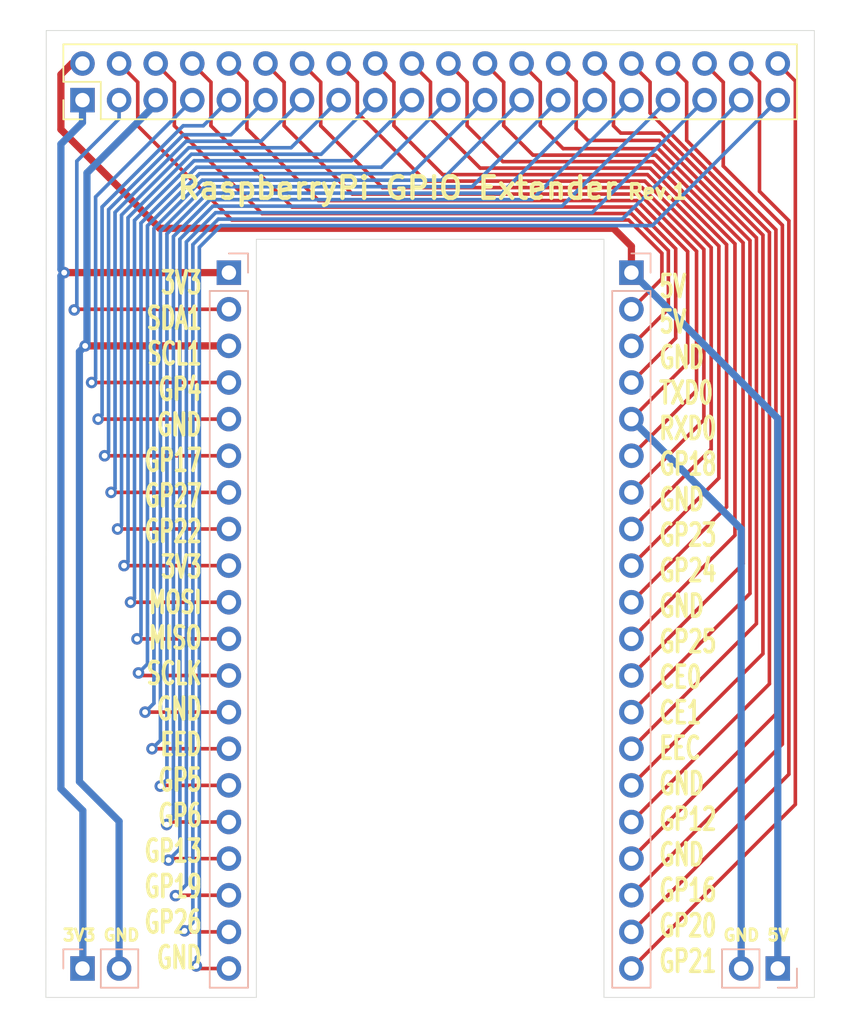
<source format=kicad_pcb>
(kicad_pcb (version 20171130) (host pcbnew "(5.1.9)-1")

  (general
    (thickness 1.6)
    (drawings 14)
    (tracks 301)
    (zones 0)
    (modules 5)
    (nets 41)
  )

  (page A4)
  (layers
    (0 F.Cu signal)
    (31 B.Cu signal)
    (32 B.Adhes user)
    (33 F.Adhes user)
    (34 B.Paste user)
    (35 F.Paste user)
    (36 B.SilkS user)
    (37 F.SilkS user)
    (38 B.Mask user)
    (39 F.Mask user)
    (40 Dwgs.User user)
    (41 Cmts.User user)
    (42 Eco1.User user)
    (43 Eco2.User user)
    (44 Edge.Cuts user)
    (45 Margin user)
    (46 B.CrtYd user)
    (47 F.CrtYd user)
    (48 B.Fab user)
    (49 F.Fab user)
  )

  (setup
    (last_trace_width 0.25)
    (trace_clearance 0.2)
    (zone_clearance 0.508)
    (zone_45_only no)
    (trace_min 0.2)
    (via_size 0.8)
    (via_drill 0.4)
    (via_min_size 0.4)
    (via_min_drill 0.3)
    (uvia_size 0.3)
    (uvia_drill 0.1)
    (uvias_allowed no)
    (uvia_min_size 0.2)
    (uvia_min_drill 0.1)
    (edge_width 0.05)
    (segment_width 0.2)
    (pcb_text_width 0.3)
    (pcb_text_size 1.5 1.5)
    (mod_edge_width 0.12)
    (mod_text_size 1 1)
    (mod_text_width 0.15)
    (pad_size 1.524 1.524)
    (pad_drill 0.762)
    (pad_to_mask_clearance 0)
    (aux_axis_origin 0 0)
    (grid_origin 125.984 71.12)
    (visible_elements 7FFFFFFF)
    (pcbplotparams
      (layerselection 0x010fc_ffffffff)
      (usegerberextensions false)
      (usegerberattributes true)
      (usegerberadvancedattributes true)
      (creategerberjobfile true)
      (excludeedgelayer true)
      (linewidth 0.100000)
      (plotframeref false)
      (viasonmask false)
      (mode 1)
      (useauxorigin false)
      (hpglpennumber 1)
      (hpglpenspeed 20)
      (hpglpendiameter 15.000000)
      (psnegative false)
      (psa4output false)
      (plotreference true)
      (plotvalue true)
      (plotinvisibletext false)
      (padsonsilk false)
      (subtractmaskfromsilk false)
      (outputformat 1)
      (mirror false)
      (drillshape 0)
      (scaleselection 1)
      (outputdirectory "gerber/"))
  )

  (net 0 "")
  (net 1 "Net-(J1-Pad1)")
  (net 2 "Net-(J1-Pad2)")
  (net 3 "Net-(J1-Pad3)")
  (net 4 "Net-(J1-Pad4)")
  (net 5 "Net-(J1-Pad5)")
  (net 6 "Net-(J1-Pad6)")
  (net 7 "Net-(J1-Pad7)")
  (net 8 "Net-(J1-Pad8)")
  (net 9 "Net-(J1-Pad9)")
  (net 10 "Net-(J1-Pad10)")
  (net 11 "Net-(J1-Pad11)")
  (net 12 "Net-(J1-Pad12)")
  (net 13 "Net-(J1-Pad13)")
  (net 14 "Net-(J1-Pad14)")
  (net 15 "Net-(J1-Pad15)")
  (net 16 "Net-(J1-Pad16)")
  (net 17 "Net-(J1-Pad17)")
  (net 18 "Net-(J1-Pad18)")
  (net 19 "Net-(J1-Pad19)")
  (net 20 "Net-(J1-Pad20)")
  (net 21 "Net-(J1-Pad21)")
  (net 22 "Net-(J1-Pad22)")
  (net 23 "Net-(J1-Pad23)")
  (net 24 "Net-(J1-Pad24)")
  (net 25 "Net-(J1-Pad25)")
  (net 26 "Net-(J1-Pad26)")
  (net 27 "Net-(J1-Pad27)")
  (net 28 "Net-(J1-Pad28)")
  (net 29 "Net-(J1-Pad29)")
  (net 30 "Net-(J1-Pad30)")
  (net 31 "Net-(J1-Pad31)")
  (net 32 "Net-(J1-Pad32)")
  (net 33 "Net-(J1-Pad33)")
  (net 34 "Net-(J1-Pad34)")
  (net 35 "Net-(J1-Pad35)")
  (net 36 "Net-(J1-Pad36)")
  (net 37 "Net-(J1-Pad37)")
  (net 38 "Net-(J1-Pad38)")
  (net 39 "Net-(J1-Pad39)")
  (net 40 "Net-(J1-Pad40)")

  (net_class Default "This is the default net class."
    (clearance 0.2)
    (trace_width 0.25)
    (via_dia 0.8)
    (via_drill 0.4)
    (uvia_dia 0.3)
    (uvia_drill 0.1)
    (add_net "Net-(J1-Pad1)")
    (add_net "Net-(J1-Pad10)")
    (add_net "Net-(J1-Pad11)")
    (add_net "Net-(J1-Pad12)")
    (add_net "Net-(J1-Pad13)")
    (add_net "Net-(J1-Pad14)")
    (add_net "Net-(J1-Pad15)")
    (add_net "Net-(J1-Pad16)")
    (add_net "Net-(J1-Pad17)")
    (add_net "Net-(J1-Pad18)")
    (add_net "Net-(J1-Pad19)")
    (add_net "Net-(J1-Pad2)")
    (add_net "Net-(J1-Pad20)")
    (add_net "Net-(J1-Pad21)")
    (add_net "Net-(J1-Pad22)")
    (add_net "Net-(J1-Pad23)")
    (add_net "Net-(J1-Pad24)")
    (add_net "Net-(J1-Pad25)")
    (add_net "Net-(J1-Pad26)")
    (add_net "Net-(J1-Pad27)")
    (add_net "Net-(J1-Pad28)")
    (add_net "Net-(J1-Pad29)")
    (add_net "Net-(J1-Pad3)")
    (add_net "Net-(J1-Pad30)")
    (add_net "Net-(J1-Pad31)")
    (add_net "Net-(J1-Pad32)")
    (add_net "Net-(J1-Pad33)")
    (add_net "Net-(J1-Pad34)")
    (add_net "Net-(J1-Pad35)")
    (add_net "Net-(J1-Pad36)")
    (add_net "Net-(J1-Pad37)")
    (add_net "Net-(J1-Pad38)")
    (add_net "Net-(J1-Pad39)")
    (add_net "Net-(J1-Pad4)")
    (add_net "Net-(J1-Pad40)")
    (add_net "Net-(J1-Pad5)")
    (add_net "Net-(J1-Pad6)")
    (add_net "Net-(J1-Pad7)")
    (add_net "Net-(J1-Pad8)")
    (add_net "Net-(J1-Pad9)")
  )

  (module Connector_PinHeader_2.54mm:PinHeader_2x20_P2.54mm_Vertical (layer F.Cu) (tedit 59FED5CC) (tstamp 61AD513A)
    (at 126.7206 69.342 90)
    (descr "Through hole straight pin header, 2x20, 2.54mm pitch, double rows")
    (tags "Through hole pin header THT 2x20 2.54mm double row")
    (path /61AD718A)
    (fp_text reference J1 (at 1.27 -2.33 90) (layer F.SilkS) hide
      (effects (font (size 1 1) (thickness 0.15)))
    )
    (fp_text value Conn_02x20_Odd_Even (at 6.096 24.9174 180) (layer F.Fab)
      (effects (font (size 1 1) (thickness 0.15)))
    )
    (fp_line (start 0 -1.27) (end 3.81 -1.27) (layer F.Fab) (width 0.1))
    (fp_line (start 3.81 -1.27) (end 3.81 49.53) (layer F.Fab) (width 0.1))
    (fp_line (start 3.81 49.53) (end -1.27 49.53) (layer F.Fab) (width 0.1))
    (fp_line (start -1.27 49.53) (end -1.27 0) (layer F.Fab) (width 0.1))
    (fp_line (start -1.27 0) (end 0 -1.27) (layer F.Fab) (width 0.1))
    (fp_line (start -1.33 49.59) (end 3.87 49.59) (layer F.SilkS) (width 0.12))
    (fp_line (start -1.33 1.27) (end -1.33 49.59) (layer F.SilkS) (width 0.12))
    (fp_line (start 3.87 -1.33) (end 3.87 49.59) (layer F.SilkS) (width 0.12))
    (fp_line (start -1.33 1.27) (end 1.27 1.27) (layer F.SilkS) (width 0.12))
    (fp_line (start 1.27 1.27) (end 1.27 -1.33) (layer F.SilkS) (width 0.12))
    (fp_line (start 1.27 -1.33) (end 3.87 -1.33) (layer F.SilkS) (width 0.12))
    (fp_line (start -1.33 0) (end -1.33 -1.33) (layer F.SilkS) (width 0.12))
    (fp_line (start -1.33 -1.33) (end 0 -1.33) (layer F.SilkS) (width 0.12))
    (fp_line (start -1.8 -1.8) (end -1.8 50.05) (layer F.CrtYd) (width 0.05))
    (fp_line (start -1.8 50.05) (end 4.35 50.05) (layer F.CrtYd) (width 0.05))
    (fp_line (start 4.35 50.05) (end 4.35 -1.8) (layer F.CrtYd) (width 0.05))
    (fp_line (start 4.35 -1.8) (end -1.8 -1.8) (layer F.CrtYd) (width 0.05))
    (fp_text user %R (at 1.27 24.13) (layer F.Fab)
      (effects (font (size 1 1) (thickness 0.15)))
    )
    (pad 1 thru_hole rect (at 0 0 90) (size 1.7 1.7) (drill 1) (layers *.Cu *.Mask)
      (net 1 "Net-(J1-Pad1)"))
    (pad 2 thru_hole oval (at 2.54 0 90) (size 1.7 1.7) (drill 1) (layers *.Cu *.Mask)
      (net 2 "Net-(J1-Pad2)"))
    (pad 3 thru_hole oval (at 0 2.54 90) (size 1.7 1.7) (drill 1) (layers *.Cu *.Mask)
      (net 3 "Net-(J1-Pad3)"))
    (pad 4 thru_hole oval (at 2.54 2.54 90) (size 1.7 1.7) (drill 1) (layers *.Cu *.Mask)
      (net 4 "Net-(J1-Pad4)"))
    (pad 5 thru_hole oval (at 0 5.08 90) (size 1.7 1.7) (drill 1) (layers *.Cu *.Mask)
      (net 5 "Net-(J1-Pad5)"))
    (pad 6 thru_hole oval (at 2.54 5.08 90) (size 1.7 1.7) (drill 1) (layers *.Cu *.Mask)
      (net 6 "Net-(J1-Pad6)"))
    (pad 7 thru_hole oval (at 0 7.62 90) (size 1.7 1.7) (drill 1) (layers *.Cu *.Mask)
      (net 7 "Net-(J1-Pad7)"))
    (pad 8 thru_hole oval (at 2.54 7.62 90) (size 1.7 1.7) (drill 1) (layers *.Cu *.Mask)
      (net 8 "Net-(J1-Pad8)"))
    (pad 9 thru_hole oval (at 0 10.16 90) (size 1.7 1.7) (drill 1) (layers *.Cu *.Mask)
      (net 9 "Net-(J1-Pad9)"))
    (pad 10 thru_hole oval (at 2.54 10.16 90) (size 1.7 1.7) (drill 1) (layers *.Cu *.Mask)
      (net 10 "Net-(J1-Pad10)"))
    (pad 11 thru_hole oval (at 0 12.7 90) (size 1.7 1.7) (drill 1) (layers *.Cu *.Mask)
      (net 11 "Net-(J1-Pad11)"))
    (pad 12 thru_hole oval (at 2.54 12.7 90) (size 1.7 1.7) (drill 1) (layers *.Cu *.Mask)
      (net 12 "Net-(J1-Pad12)"))
    (pad 13 thru_hole oval (at 0 15.24 90) (size 1.7 1.7) (drill 1) (layers *.Cu *.Mask)
      (net 13 "Net-(J1-Pad13)"))
    (pad 14 thru_hole oval (at 2.54 15.24 90) (size 1.7 1.7) (drill 1) (layers *.Cu *.Mask)
      (net 14 "Net-(J1-Pad14)"))
    (pad 15 thru_hole oval (at 0 17.78 90) (size 1.7 1.7) (drill 1) (layers *.Cu *.Mask)
      (net 15 "Net-(J1-Pad15)"))
    (pad 16 thru_hole oval (at 2.54 17.78 90) (size 1.7 1.7) (drill 1) (layers *.Cu *.Mask)
      (net 16 "Net-(J1-Pad16)"))
    (pad 17 thru_hole oval (at 0 20.32 90) (size 1.7 1.7) (drill 1) (layers *.Cu *.Mask)
      (net 17 "Net-(J1-Pad17)"))
    (pad 18 thru_hole oval (at 2.54 20.32 90) (size 1.7 1.7) (drill 1) (layers *.Cu *.Mask)
      (net 18 "Net-(J1-Pad18)"))
    (pad 19 thru_hole oval (at 0 22.86 90) (size 1.7 1.7) (drill 1) (layers *.Cu *.Mask)
      (net 19 "Net-(J1-Pad19)"))
    (pad 20 thru_hole oval (at 2.54 22.86 90) (size 1.7 1.7) (drill 1) (layers *.Cu *.Mask)
      (net 20 "Net-(J1-Pad20)"))
    (pad 21 thru_hole oval (at 0 25.4 90) (size 1.7 1.7) (drill 1) (layers *.Cu *.Mask)
      (net 21 "Net-(J1-Pad21)"))
    (pad 22 thru_hole oval (at 2.54 25.4 90) (size 1.7 1.7) (drill 1) (layers *.Cu *.Mask)
      (net 22 "Net-(J1-Pad22)"))
    (pad 23 thru_hole oval (at 0 27.94 90) (size 1.7 1.7) (drill 1) (layers *.Cu *.Mask)
      (net 23 "Net-(J1-Pad23)"))
    (pad 24 thru_hole oval (at 2.54 27.94 90) (size 1.7 1.7) (drill 1) (layers *.Cu *.Mask)
      (net 24 "Net-(J1-Pad24)"))
    (pad 25 thru_hole oval (at 0 30.48 90) (size 1.7 1.7) (drill 1) (layers *.Cu *.Mask)
      (net 25 "Net-(J1-Pad25)"))
    (pad 26 thru_hole oval (at 2.54 30.48 90) (size 1.7 1.7) (drill 1) (layers *.Cu *.Mask)
      (net 26 "Net-(J1-Pad26)"))
    (pad 27 thru_hole oval (at 0 33.02 90) (size 1.7 1.7) (drill 1) (layers *.Cu *.Mask)
      (net 27 "Net-(J1-Pad27)"))
    (pad 28 thru_hole oval (at 2.54 33.02 90) (size 1.7 1.7) (drill 1) (layers *.Cu *.Mask)
      (net 28 "Net-(J1-Pad28)"))
    (pad 29 thru_hole oval (at 0 35.56 90) (size 1.7 1.7) (drill 1) (layers *.Cu *.Mask)
      (net 29 "Net-(J1-Pad29)"))
    (pad 30 thru_hole oval (at 2.54 35.56 90) (size 1.7 1.7) (drill 1) (layers *.Cu *.Mask)
      (net 30 "Net-(J1-Pad30)"))
    (pad 31 thru_hole oval (at 0 38.1 90) (size 1.7 1.7) (drill 1) (layers *.Cu *.Mask)
      (net 31 "Net-(J1-Pad31)"))
    (pad 32 thru_hole oval (at 2.54 38.1 90) (size 1.7 1.7) (drill 1) (layers *.Cu *.Mask)
      (net 32 "Net-(J1-Pad32)"))
    (pad 33 thru_hole oval (at 0 40.64 90) (size 1.7 1.7) (drill 1) (layers *.Cu *.Mask)
      (net 33 "Net-(J1-Pad33)"))
    (pad 34 thru_hole oval (at 2.54 40.64 90) (size 1.7 1.7) (drill 1) (layers *.Cu *.Mask)
      (net 34 "Net-(J1-Pad34)"))
    (pad 35 thru_hole oval (at 0 43.18 90) (size 1.7 1.7) (drill 1) (layers *.Cu *.Mask)
      (net 35 "Net-(J1-Pad35)"))
    (pad 36 thru_hole oval (at 2.54 43.18 90) (size 1.7 1.7) (drill 1) (layers *.Cu *.Mask)
      (net 36 "Net-(J1-Pad36)"))
    (pad 37 thru_hole oval (at 0 45.72 90) (size 1.7 1.7) (drill 1) (layers *.Cu *.Mask)
      (net 37 "Net-(J1-Pad37)"))
    (pad 38 thru_hole oval (at 2.54 45.72 90) (size 1.7 1.7) (drill 1) (layers *.Cu *.Mask)
      (net 38 "Net-(J1-Pad38)"))
    (pad 39 thru_hole oval (at 0 48.26 90) (size 1.7 1.7) (drill 1) (layers *.Cu *.Mask)
      (net 39 "Net-(J1-Pad39)"))
    (pad 40 thru_hole oval (at 2.54 48.26 90) (size 1.7 1.7) (drill 1) (layers *.Cu *.Mask)
      (net 40 "Net-(J1-Pad40)"))
    (model ${KISYS3DMOD}/Connector_PinHeader_2.54mm.3dshapes/PinHeader_2x20_P2.54mm_Vertical.wrl
      (at (xyz 0 0 0))
      (scale (xyz 1 1 1))
      (rotate (xyz 0 0 0))
    )
  )

  (module Connector_PinHeader_2.54mm:PinHeader_1x20_P2.54mm_Vertical (layer B.Cu) (tedit 59FED5CC) (tstamp 61AD42E6)
    (at 136.8806 81.3054 180)
    (descr "Through hole straight pin header, 1x20, 2.54mm pitch, single row")
    (tags "Through hole pin header THT 1x20 2.54mm single row")
    (path /61ACE575)
    (fp_text reference J2 (at 0 2.33) (layer B.SilkS) hide
      (effects (font (size 1 1) (thickness 0.15)) (justify mirror))
    )
    (fp_text value Conn_01x20_Male (at -2.8194 -21.8186 270) (layer B.Fab)
      (effects (font (size 1 1) (thickness 0.15)) (justify mirror))
    )
    (fp_line (start -0.635 1.27) (end 1.27 1.27) (layer B.Fab) (width 0.1))
    (fp_line (start 1.27 1.27) (end 1.27 -49.53) (layer B.Fab) (width 0.1))
    (fp_line (start 1.27 -49.53) (end -1.27 -49.53) (layer B.Fab) (width 0.1))
    (fp_line (start -1.27 -49.53) (end -1.27 0.635) (layer B.Fab) (width 0.1))
    (fp_line (start -1.27 0.635) (end -0.635 1.27) (layer B.Fab) (width 0.1))
    (fp_line (start -1.33 -49.59) (end 1.33 -49.59) (layer B.SilkS) (width 0.12))
    (fp_line (start -1.33 -1.27) (end -1.33 -49.59) (layer B.SilkS) (width 0.12))
    (fp_line (start 1.33 -1.27) (end 1.33 -49.59) (layer B.SilkS) (width 0.12))
    (fp_line (start -1.33 -1.27) (end 1.33 -1.27) (layer B.SilkS) (width 0.12))
    (fp_line (start -1.33 0) (end -1.33 1.33) (layer B.SilkS) (width 0.12))
    (fp_line (start -1.33 1.33) (end 0 1.33) (layer B.SilkS) (width 0.12))
    (fp_line (start -1.8 1.8) (end -1.8 -50.05) (layer B.CrtYd) (width 0.05))
    (fp_line (start -1.8 -50.05) (end 1.8 -50.05) (layer B.CrtYd) (width 0.05))
    (fp_line (start 1.8 -50.05) (end 1.8 1.8) (layer B.CrtYd) (width 0.05))
    (fp_line (start 1.8 1.8) (end -1.8 1.8) (layer B.CrtYd) (width 0.05))
    (fp_text user %R (at 0 -24.13 270) (layer B.Fab)
      (effects (font (size 1 1) (thickness 0.15)) (justify mirror))
    )
    (pad 1 thru_hole rect (at 0 0 180) (size 1.7 1.7) (drill 1) (layers *.Cu *.Mask)
      (net 1 "Net-(J1-Pad1)"))
    (pad 2 thru_hole oval (at 0 -2.54 180) (size 1.7 1.7) (drill 1) (layers *.Cu *.Mask)
      (net 3 "Net-(J1-Pad3)"))
    (pad 3 thru_hole oval (at 0 -5.08 180) (size 1.7 1.7) (drill 1) (layers *.Cu *.Mask)
      (net 5 "Net-(J1-Pad5)"))
    (pad 4 thru_hole oval (at 0 -7.62 180) (size 1.7 1.7) (drill 1) (layers *.Cu *.Mask)
      (net 7 "Net-(J1-Pad7)"))
    (pad 5 thru_hole oval (at 0 -10.16 180) (size 1.7 1.7) (drill 1) (layers *.Cu *.Mask)
      (net 9 "Net-(J1-Pad9)"))
    (pad 6 thru_hole oval (at 0 -12.7 180) (size 1.7 1.7) (drill 1) (layers *.Cu *.Mask)
      (net 11 "Net-(J1-Pad11)"))
    (pad 7 thru_hole oval (at 0 -15.24 180) (size 1.7 1.7) (drill 1) (layers *.Cu *.Mask)
      (net 13 "Net-(J1-Pad13)"))
    (pad 8 thru_hole oval (at 0 -17.78 180) (size 1.7 1.7) (drill 1) (layers *.Cu *.Mask)
      (net 15 "Net-(J1-Pad15)"))
    (pad 9 thru_hole oval (at 0 -20.32 180) (size 1.7 1.7) (drill 1) (layers *.Cu *.Mask)
      (net 17 "Net-(J1-Pad17)"))
    (pad 10 thru_hole oval (at 0 -22.86 180) (size 1.7 1.7) (drill 1) (layers *.Cu *.Mask)
      (net 19 "Net-(J1-Pad19)"))
    (pad 11 thru_hole oval (at 0 -25.4 180) (size 1.7 1.7) (drill 1) (layers *.Cu *.Mask)
      (net 21 "Net-(J1-Pad21)"))
    (pad 12 thru_hole oval (at 0 -27.94 180) (size 1.7 1.7) (drill 1) (layers *.Cu *.Mask)
      (net 23 "Net-(J1-Pad23)"))
    (pad 13 thru_hole oval (at 0 -30.48 180) (size 1.7 1.7) (drill 1) (layers *.Cu *.Mask)
      (net 25 "Net-(J1-Pad25)"))
    (pad 14 thru_hole oval (at 0 -33.02 180) (size 1.7 1.7) (drill 1) (layers *.Cu *.Mask)
      (net 27 "Net-(J1-Pad27)"))
    (pad 15 thru_hole oval (at 0 -35.56 180) (size 1.7 1.7) (drill 1) (layers *.Cu *.Mask)
      (net 29 "Net-(J1-Pad29)"))
    (pad 16 thru_hole oval (at 0 -38.1 180) (size 1.7 1.7) (drill 1) (layers *.Cu *.Mask)
      (net 31 "Net-(J1-Pad31)"))
    (pad 17 thru_hole oval (at 0 -40.64 180) (size 1.7 1.7) (drill 1) (layers *.Cu *.Mask)
      (net 33 "Net-(J1-Pad33)"))
    (pad 18 thru_hole oval (at 0 -43.18 180) (size 1.7 1.7) (drill 1) (layers *.Cu *.Mask)
      (net 35 "Net-(J1-Pad35)"))
    (pad 19 thru_hole oval (at 0 -45.72 180) (size 1.7 1.7) (drill 1) (layers *.Cu *.Mask)
      (net 37 "Net-(J1-Pad37)"))
    (pad 20 thru_hole oval (at 0 -48.26 180) (size 1.7 1.7) (drill 1) (layers *.Cu *.Mask)
      (net 39 "Net-(J1-Pad39)"))
    (model ${KISYS3DMOD}/Connector_PinHeader_2.54mm.3dshapes/PinHeader_1x20_P2.54mm_Vertical.wrl
      (at (xyz 0 0 0))
      (scale (xyz 1 1 1))
      (rotate (xyz 0 0 0))
    )
  )

  (module Connector_PinHeader_2.54mm:PinHeader_1x20_P2.54mm_Vertical (layer B.Cu) (tedit 59FED5CC) (tstamp 61AD430E)
    (at 164.8206 81.3054 180)
    (descr "Through hole straight pin header, 1x20, 2.54mm pitch, single row")
    (tags "Through hole pin header THT 1x20 2.54mm single row")
    (path /61AD19C1)
    (fp_text reference J3 (at 0 2.33) (layer B.SilkS) hide
      (effects (font (size 1 1) (thickness 0.15)) (justify mirror))
    )
    (fp_text value Conn_01x20_Male (at 3.0226 -22.0726 90) (layer B.Fab)
      (effects (font (size 1 1) (thickness 0.15)) (justify mirror))
    )
    (fp_line (start 1.8 1.8) (end -1.8 1.8) (layer B.CrtYd) (width 0.05))
    (fp_line (start 1.8 -50.05) (end 1.8 1.8) (layer B.CrtYd) (width 0.05))
    (fp_line (start -1.8 -50.05) (end 1.8 -50.05) (layer B.CrtYd) (width 0.05))
    (fp_line (start -1.8 1.8) (end -1.8 -50.05) (layer B.CrtYd) (width 0.05))
    (fp_line (start -1.33 1.33) (end 0 1.33) (layer B.SilkS) (width 0.12))
    (fp_line (start -1.33 0) (end -1.33 1.33) (layer B.SilkS) (width 0.12))
    (fp_line (start -1.33 -1.27) (end 1.33 -1.27) (layer B.SilkS) (width 0.12))
    (fp_line (start 1.33 -1.27) (end 1.33 -49.59) (layer B.SilkS) (width 0.12))
    (fp_line (start -1.33 -1.27) (end -1.33 -49.59) (layer B.SilkS) (width 0.12))
    (fp_line (start -1.33 -49.59) (end 1.33 -49.59) (layer B.SilkS) (width 0.12))
    (fp_line (start -1.27 0.635) (end -0.635 1.27) (layer B.Fab) (width 0.1))
    (fp_line (start -1.27 -49.53) (end -1.27 0.635) (layer B.Fab) (width 0.1))
    (fp_line (start 1.27 -49.53) (end -1.27 -49.53) (layer B.Fab) (width 0.1))
    (fp_line (start 1.27 1.27) (end 1.27 -49.53) (layer B.Fab) (width 0.1))
    (fp_line (start -0.635 1.27) (end 1.27 1.27) (layer B.Fab) (width 0.1))
    (fp_text user %R (at 0 -24.13 270) (layer B.Fab)
      (effects (font (size 1 1) (thickness 0.15)) (justify mirror))
    )
    (pad 20 thru_hole oval (at 0 -48.26 180) (size 1.7 1.7) (drill 1) (layers *.Cu *.Mask)
      (net 40 "Net-(J1-Pad40)"))
    (pad 19 thru_hole oval (at 0 -45.72 180) (size 1.7 1.7) (drill 1) (layers *.Cu *.Mask)
      (net 38 "Net-(J1-Pad38)"))
    (pad 18 thru_hole oval (at 0 -43.18 180) (size 1.7 1.7) (drill 1) (layers *.Cu *.Mask)
      (net 36 "Net-(J1-Pad36)"))
    (pad 17 thru_hole oval (at 0 -40.64 180) (size 1.7 1.7) (drill 1) (layers *.Cu *.Mask)
      (net 34 "Net-(J1-Pad34)"))
    (pad 16 thru_hole oval (at 0 -38.1 180) (size 1.7 1.7) (drill 1) (layers *.Cu *.Mask)
      (net 32 "Net-(J1-Pad32)"))
    (pad 15 thru_hole oval (at 0 -35.56 180) (size 1.7 1.7) (drill 1) (layers *.Cu *.Mask)
      (net 30 "Net-(J1-Pad30)"))
    (pad 14 thru_hole oval (at 0 -33.02 180) (size 1.7 1.7) (drill 1) (layers *.Cu *.Mask)
      (net 28 "Net-(J1-Pad28)"))
    (pad 13 thru_hole oval (at 0 -30.48 180) (size 1.7 1.7) (drill 1) (layers *.Cu *.Mask)
      (net 26 "Net-(J1-Pad26)"))
    (pad 12 thru_hole oval (at 0 -27.94 180) (size 1.7 1.7) (drill 1) (layers *.Cu *.Mask)
      (net 24 "Net-(J1-Pad24)"))
    (pad 11 thru_hole oval (at 0 -25.4 180) (size 1.7 1.7) (drill 1) (layers *.Cu *.Mask)
      (net 22 "Net-(J1-Pad22)"))
    (pad 10 thru_hole oval (at 0 -22.86 180) (size 1.7 1.7) (drill 1) (layers *.Cu *.Mask)
      (net 20 "Net-(J1-Pad20)"))
    (pad 9 thru_hole oval (at 0 -20.32 180) (size 1.7 1.7) (drill 1) (layers *.Cu *.Mask)
      (net 18 "Net-(J1-Pad18)"))
    (pad 8 thru_hole oval (at 0 -17.78 180) (size 1.7 1.7) (drill 1) (layers *.Cu *.Mask)
      (net 16 "Net-(J1-Pad16)"))
    (pad 7 thru_hole oval (at 0 -15.24 180) (size 1.7 1.7) (drill 1) (layers *.Cu *.Mask)
      (net 14 "Net-(J1-Pad14)"))
    (pad 6 thru_hole oval (at 0 -12.7 180) (size 1.7 1.7) (drill 1) (layers *.Cu *.Mask)
      (net 12 "Net-(J1-Pad12)"))
    (pad 5 thru_hole oval (at 0 -10.16 180) (size 1.7 1.7) (drill 1) (layers *.Cu *.Mask)
      (net 10 "Net-(J1-Pad10)"))
    (pad 4 thru_hole oval (at 0 -7.62 180) (size 1.7 1.7) (drill 1) (layers *.Cu *.Mask)
      (net 8 "Net-(J1-Pad8)"))
    (pad 3 thru_hole oval (at 0 -5.08 180) (size 1.7 1.7) (drill 1) (layers *.Cu *.Mask)
      (net 6 "Net-(J1-Pad6)"))
    (pad 2 thru_hole oval (at 0 -2.54 180) (size 1.7 1.7) (drill 1) (layers *.Cu *.Mask)
      (net 4 "Net-(J1-Pad4)"))
    (pad 1 thru_hole rect (at 0 0 180) (size 1.7 1.7) (drill 1) (layers *.Cu *.Mask)
      (net 2 "Net-(J1-Pad2)"))
    (model ${KISYS3DMOD}/Connector_PinHeader_2.54mm.3dshapes/PinHeader_1x20_P2.54mm_Vertical.wrl
      (at (xyz 0 0 0))
      (scale (xyz 1 1 1))
      (rotate (xyz 0 0 0))
    )
  )

  (module Connector_PinHeader_2.54mm:PinHeader_1x02_P2.54mm_Vertical (layer B.Cu) (tedit 59FED5CC) (tstamp 61AD4324)
    (at 126.7206 129.5654 270)
    (descr "Through hole straight pin header, 1x02, 2.54mm pitch, single row")
    (tags "Through hole pin header THT 1x02 2.54mm single row")
    (path /61AF385B)
    (fp_text reference J4 (at 0 2.33 270) (layer B.SilkS) hide
      (effects (font (size 1 1) (thickness 0.15)) (justify mirror))
    )
    (fp_text value Conn_01x02_Male (at 3.0226 -1.0414 180) (layer B.Fab)
      (effects (font (size 1 1) (thickness 0.15)) (justify mirror))
    )
    (fp_line (start -0.635 1.27) (end 1.27 1.27) (layer B.Fab) (width 0.1))
    (fp_line (start 1.27 1.27) (end 1.27 -3.81) (layer B.Fab) (width 0.1))
    (fp_line (start 1.27 -3.81) (end -1.27 -3.81) (layer B.Fab) (width 0.1))
    (fp_line (start -1.27 -3.81) (end -1.27 0.635) (layer B.Fab) (width 0.1))
    (fp_line (start -1.27 0.635) (end -0.635 1.27) (layer B.Fab) (width 0.1))
    (fp_line (start -1.33 -3.87) (end 1.33 -3.87) (layer B.SilkS) (width 0.12))
    (fp_line (start -1.33 -1.27) (end -1.33 -3.87) (layer B.SilkS) (width 0.12))
    (fp_line (start 1.33 -1.27) (end 1.33 -3.87) (layer B.SilkS) (width 0.12))
    (fp_line (start -1.33 -1.27) (end 1.33 -1.27) (layer B.SilkS) (width 0.12))
    (fp_line (start -1.33 0) (end -1.33 1.33) (layer B.SilkS) (width 0.12))
    (fp_line (start -1.33 1.33) (end 0 1.33) (layer B.SilkS) (width 0.12))
    (fp_line (start -1.8 1.8) (end -1.8 -4.35) (layer B.CrtYd) (width 0.05))
    (fp_line (start -1.8 -4.35) (end 1.8 -4.35) (layer B.CrtYd) (width 0.05))
    (fp_line (start 1.8 -4.35) (end 1.8 1.8) (layer B.CrtYd) (width 0.05))
    (fp_line (start 1.8 1.8) (end -1.8 1.8) (layer B.CrtYd) (width 0.05))
    (fp_text user %R (at 0 -1.27) (layer B.Fab)
      (effects (font (size 1 1) (thickness 0.15)) (justify mirror))
    )
    (pad 1 thru_hole rect (at 0 0 270) (size 1.7 1.7) (drill 1) (layers *.Cu *.Mask)
      (net 1 "Net-(J1-Pad1)"))
    (pad 2 thru_hole oval (at 0 -2.54 270) (size 1.7 1.7) (drill 1) (layers *.Cu *.Mask)
      (net 5 "Net-(J1-Pad5)"))
    (model ${KISYS3DMOD}/Connector_PinHeader_2.54mm.3dshapes/PinHeader_1x02_P2.54mm_Vertical.wrl
      (at (xyz 0 0 0))
      (scale (xyz 1 1 1))
      (rotate (xyz 0 0 0))
    )
  )

  (module Connector_PinHeader_2.54mm:PinHeader_1x02_P2.54mm_Vertical (layer B.Cu) (tedit 59FED5CC) (tstamp 61AD5CF6)
    (at 174.9806 129.5654 90)
    (descr "Through hole straight pin header, 1x02, 2.54mm pitch, single row")
    (tags "Through hole pin header THT 1x02 2.54mm single row")
    (path /61AF4FE7)
    (fp_text reference J5 (at 0 2.33 -90) (layer B.SilkS) hide
      (effects (font (size 1 1) (thickness 0.15)) (justify mirror))
    )
    (fp_text value Conn_01x02_Male (at -3.0226 -0.4826 -180) (layer B.Fab)
      (effects (font (size 1 1) (thickness 0.15)) (justify mirror))
    )
    (fp_line (start 1.8 1.8) (end -1.8 1.8) (layer B.CrtYd) (width 0.05))
    (fp_line (start 1.8 -4.35) (end 1.8 1.8) (layer B.CrtYd) (width 0.05))
    (fp_line (start -1.8 -4.35) (end 1.8 -4.35) (layer B.CrtYd) (width 0.05))
    (fp_line (start -1.8 1.8) (end -1.8 -4.35) (layer B.CrtYd) (width 0.05))
    (fp_line (start -1.33 1.33) (end 0 1.33) (layer B.SilkS) (width 0.12))
    (fp_line (start -1.33 0) (end -1.33 1.33) (layer B.SilkS) (width 0.12))
    (fp_line (start -1.33 -1.27) (end 1.33 -1.27) (layer B.SilkS) (width 0.12))
    (fp_line (start 1.33 -1.27) (end 1.33 -3.87) (layer B.SilkS) (width 0.12))
    (fp_line (start -1.33 -1.27) (end -1.33 -3.87) (layer B.SilkS) (width 0.12))
    (fp_line (start -1.33 -3.87) (end 1.33 -3.87) (layer B.SilkS) (width 0.12))
    (fp_line (start -1.27 0.635) (end -0.635 1.27) (layer B.Fab) (width 0.1))
    (fp_line (start -1.27 -3.81) (end -1.27 0.635) (layer B.Fab) (width 0.1))
    (fp_line (start 1.27 -3.81) (end -1.27 -3.81) (layer B.Fab) (width 0.1))
    (fp_line (start 1.27 1.27) (end 1.27 -3.81) (layer B.Fab) (width 0.1))
    (fp_line (start -0.635 1.27) (end 1.27 1.27) (layer B.Fab) (width 0.1))
    (fp_text user %R (at 2.54 0) (layer B.Fab)
      (effects (font (size 1 1) (thickness 0.15)) (justify mirror))
    )
    (pad 2 thru_hole oval (at 0 -2.54 90) (size 1.7 1.7) (drill 1) (layers *.Cu *.Mask)
      (net 10 "Net-(J1-Pad10)"))
    (pad 1 thru_hole rect (at 0 0 90) (size 1.7 1.7) (drill 1) (layers *.Cu *.Mask)
      (net 2 "Net-(J1-Pad2)"))
    (model ${KISYS3DMOD}/Connector_PinHeader_2.54mm.3dshapes/PinHeader_1x02_P2.54mm_Vertical.wrl
      (at (xyz 0 0 0))
      (scale (xyz 1 1 1))
      (rotate (xyz 0 0 0))
    )
  )

  (gr_text Rev.1 (at 166.624 75.692) (layer F.SilkS)
    (effects (font (size 1 1) (thickness 0.25)))
  )
  (gr_text "RaspberryPi GPIO Extender" (at 148.59 75.438) (layer F.SilkS)
    (effects (font (size 1.5 1.5) (thickness 0.3)))
  )
  (gr_text "GND 5V" (at 173.482 127.254) (layer F.SilkS) (tstamp 61AE2EB8)
    (effects (font (size 0.8 0.8) (thickness 0.2)))
  )
  (gr_text "3V3 GND" (at 128.016 127.254) (layer F.SilkS)
    (effects (font (size 0.8 0.8) (thickness 0.2)))
  )
  (gr_text "5V\n5V\nGND\nTXD0\nRXD0\nGP18\nGND\nGP23\nGP24\nGND\nGP25\nCE0\nCE1\nEEC\nGND\nGP12\nGND\nGP16\nGP20\nGP21\n" (at 166.624 105.664) (layer F.SilkS) (tstamp 61AE29B0)
    (effects (font (size 1.53 1) (thickness 0.25)) (justify left))
  )
  (gr_text "3V3\nSDA1\nSCL1\nGP4\nGND\nGP17\nGP27\nGP22\n3V3\nMOSI\nMISO\nSCLK\nGND\nEED\nGP5\nGP6\nGP13\nGP19\nGP26\nGND" (at 135.128 105.41) (layer F.SilkS)
    (effects (font (size 1.53 1) (thickness 0.25)) (justify right))
  )
  (gr_line (start 138.7856 131.572) (end 138.7856 78.994) (layer Edge.Cuts) (width 0.05) (tstamp 61AD6011))
  (gr_line (start 124.1806 131.572) (end 138.7856 131.572) (layer Edge.Cuts) (width 0.05))
  (gr_line (start 124.206 64.516) (end 124.1806 131.572) (layer Edge.Cuts) (width 0.05))
  (gr_line (start 177.5206 64.516) (end 124.206 64.516) (layer Edge.Cuts) (width 0.05))
  (gr_line (start 177.5206 131.572) (end 177.5206 64.516) (layer Edge.Cuts) (width 0.05))
  (gr_line (start 162.9156 131.572) (end 177.5206 131.572) (layer Edge.Cuts) (width 0.05))
  (gr_line (start 162.9156 78.994) (end 162.9156 131.572) (layer Edge.Cuts) (width 0.05))
  (gr_line (start 138.7856 78.994) (end 162.9156 78.994) (layer Edge.Cuts) (width 0.05))

  (via (at 125.4506 81.3054) (size 0.8) (drill 0.4) (layers F.Cu B.Cu) (net 1))
  (segment (start 136.8806 81.3054) (end 125.4506 81.3054) (width 0.5) (layer F.Cu) (net 1))
  (segment (start 125.222 81.0768) (end 125.4506 81.3054) (width 0.5) (layer B.Cu) (net 1))
  (segment (start 125.222 72.39) (end 125.222 81.0768) (width 0.5) (layer B.Cu) (net 1))
  (segment (start 126.7206 70.8914) (end 125.222 72.39) (width 0.5) (layer B.Cu) (net 1))
  (segment (start 126.7206 69.342) (end 126.7206 70.8914) (width 0.5) (layer B.Cu) (net 1))
  (segment (start 125.222 117.094) (end 125.222 81.534) (width 0.5) (layer B.Cu) (net 1))
  (segment (start 126.746 118.618) (end 125.222 117.094) (width 0.5) (layer B.Cu) (net 1))
  (segment (start 126.7206 129.5654) (end 126.746 129.54) (width 0.5) (layer B.Cu) (net 1))
  (segment (start 126.746 129.54) (end 126.746 118.618) (width 0.5) (layer B.Cu) (net 1))
  (segment (start 125.222 81.534) (end 125.4506 81.3054) (width 0.5) (layer B.Cu) (net 1))
  (segment (start 164.8714 81.3054) (end 164.8206 81.3054) (width 0.5) (layer B.Cu) (net 2))
  (segment (start 174.9806 91.4146) (end 164.8714 81.3054) (width 0.5) (layer B.Cu) (net 2))
  (segment (start 174.9806 129.5654) (end 174.9806 91.4146) (width 0.5) (layer B.Cu) (net 2))
  (segment (start 163.576 78.232) (end 164.8206 79.4766) (width 0.5) (layer F.Cu) (net 2))
  (segment (start 132.08 78.232) (end 163.576 78.232) (width 0.5) (layer F.Cu) (net 2))
  (segment (start 125.222 71.374) (end 132.08 78.232) (width 0.5) (layer F.Cu) (net 2))
  (segment (start 125.222 67.564) (end 125.222 71.374) (width 0.5) (layer F.Cu) (net 2))
  (segment (start 125.984 66.802) (end 125.222 67.564) (width 0.5) (layer F.Cu) (net 2))
  (segment (start 126.7206 66.802) (end 125.984 66.802) (width 0.5) (layer F.Cu) (net 2))
  (segment (start 164.8206 79.4766) (end 164.8206 81.3054) (width 0.5) (layer F.Cu) (net 2))
  (segment (start 136.8806 83.8454) (end 126.197886 83.8454) (width 0.25) (layer F.Cu) (net 3))
  (via (at 126.14999 83.893296) (size 0.8) (drill 0.4) (layers F.Cu B.Cu) (net 3))
  (segment (start 126.197886 83.8454) (end 126.14999 83.893296) (width 0.25) (layer F.Cu) (net 3))
  (segment (start 126.32601 83.717276) (end 126.14999 83.893296) (width 0.25) (layer B.Cu) (net 3))
  (segment (start 126.32601 73.57199) (end 126.32601 83.717276) (width 0.25) (layer B.Cu) (net 3))
  (segment (start 129.2606 70.6374) (end 126.32601 73.57199) (width 0.25) (layer B.Cu) (net 3))
  (segment (start 129.2606 69.342) (end 129.2606 70.6374) (width 0.25) (layer B.Cu) (net 3))
  (segment (start 166.935989 81.730011) (end 164.8206 83.8454) (width 0.25) (layer F.Cu) (net 4))
  (segment (start 130.556 68.0974) (end 130.556 71.12) (width 0.25) (layer F.Cu) (net 4))
  (segment (start 164.63083 77.656989) (end 166.935989 79.962148) (width 0.25) (layer F.Cu) (net 4))
  (segment (start 166.935989 79.962148) (end 166.935989 81.730011) (width 0.25) (layer F.Cu) (net 4))
  (segment (start 137.092989 77.656989) (end 164.63083 77.656989) (width 0.25) (layer F.Cu) (net 4))
  (segment (start 130.556 71.12) (end 137.092989 77.656989) (width 0.25) (layer F.Cu) (net 4))
  (segment (start 129.2606 66.802) (end 130.556 68.0974) (width 0.25) (layer F.Cu) (net 4))
  (via (at 126.905412 86.385398) (size 0.8) (drill 0.4) (layers F.Cu B.Cu) (net 5))
  (segment (start 126.905414 86.3854) (end 126.905412 86.385398) (width 0.5) (layer F.Cu) (net 5))
  (segment (start 136.8806 86.3854) (end 126.905414 86.3854) (width 0.5) (layer F.Cu) (net 5))
  (segment (start 127.030271 86.260539) (end 126.905412 86.385398) (width 0.5) (layer B.Cu) (net 5))
  (segment (start 127.030271 74.391729) (end 127.030271 86.260539) (width 0.5) (layer B.Cu) (net 5))
  (segment (start 131.826 69.596) (end 127.030271 74.391729) (width 0.5) (layer B.Cu) (net 5))
  (segment (start 131.826 69.3674) (end 131.826 69.596) (width 0.5) (layer B.Cu) (net 5))
  (segment (start 126.505413 86.785397) (end 126.905412 86.385398) (width 0.5) (layer B.Cu) (net 5))
  (segment (start 126.505413 116.599413) (end 126.505413 86.785397) (width 0.5) (layer B.Cu) (net 5))
  (segment (start 129.2606 119.3546) (end 126.505413 116.599413) (width 0.5) (layer B.Cu) (net 5))
  (segment (start 129.2606 129.5654) (end 129.2606 119.3546) (width 0.5) (layer B.Cu) (net 5))
  (segment (start 164.8206 86.3854) (end 167.386 83.82) (width 0.25) (layer F.Cu) (net 6))
  (segment (start 167.386 83.82) (end 167.386 79.775748) (width 0.25) (layer F.Cu) (net 6))
  (segment (start 167.386 79.775748) (end 164.817231 77.206979) (width 0.25) (layer F.Cu) (net 6))
  (segment (start 139.182979 77.206979) (end 133.096 71.12) (width 0.25) (layer F.Cu) (net 6))
  (segment (start 133.096 71.12) (end 133.096 68.0974) (width 0.25) (layer F.Cu) (net 6))
  (segment (start 133.096 68.0974) (end 131.8006 66.802) (width 0.25) (layer F.Cu) (net 6))
  (segment (start 164.817231 77.206979) (end 139.182979 77.206979) (width 0.25) (layer F.Cu) (net 6))
  (via (at 127.355423 88.9254) (size 0.8) (drill 0.4) (layers F.Cu B.Cu) (net 7))
  (segment (start 136.8806 88.9254) (end 127.355423 88.9254) (width 0.25) (layer F.Cu) (net 7))
  (segment (start 127.630422 76.052178) (end 127.630422 88.650401) (width 0.25) (layer B.Cu) (net 7))
  (segment (start 134.3406 69.342) (end 127.630422 76.052178) (width 0.25) (layer B.Cu) (net 7))
  (segment (start 127.630422 88.650401) (end 127.355423 88.9254) (width 0.25) (layer B.Cu) (net 7))
  (segment (start 135.636 71.12) (end 141.272969 76.756969) (width 0.25) (layer F.Cu) (net 8))
  (segment (start 165.00363 76.756969) (end 167.894 79.647339) (width 0.25) (layer F.Cu) (net 8))
  (segment (start 135.636 68.0974) (end 135.636 71.12) (width 0.25) (layer F.Cu) (net 8))
  (segment (start 134.3406 66.802) (end 135.636 68.0974) (width 0.25) (layer F.Cu) (net 8))
  (segment (start 167.894 85.852) (end 164.8206 88.9254) (width 0.25) (layer F.Cu) (net 8))
  (segment (start 167.894 79.647339) (end 167.894 85.852) (width 0.25) (layer F.Cu) (net 8))
  (segment (start 141.272969 76.756969) (end 165.00363 76.756969) (width 0.25) (layer F.Cu) (net 8))
  (via (at 127.805434 91.4654) (size 0.8) (drill 0.4) (layers F.Cu B.Cu) (net 9))
  (segment (start 136.8806 91.4654) (end 127.805434 91.4654) (width 0.25) (layer F.Cu) (net 9))
  (segment (start 136.8806 69.342) (end 135.1026 71.12) (width 0.25) (layer B.Cu) (net 9))
  (segment (start 128.080433 76.749402) (end 128.080433 91.190401) (width 0.25) (layer B.Cu) (net 9))
  (segment (start 135.1026 71.12) (end 133.709835 71.12) (width 0.25) (layer B.Cu) (net 9))
  (segment (start 133.709835 71.12) (end 128.080433 76.749402) (width 0.25) (layer B.Cu) (net 9))
  (segment (start 128.080433 91.190401) (end 127.805434 91.4654) (width 0.25) (layer B.Cu) (net 9))
  (segment (start 172.4406 99.0854) (end 164.8206 91.4654) (width 0.5) (layer B.Cu) (net 10))
  (segment (start 172.4406 129.5654) (end 172.4406 99.0854) (width 0.5) (layer B.Cu) (net 10))
  (segment (start 168.723809 79.840738) (end 168.723809 87.562191) (width 0.25) (layer F.Cu) (net 10))
  (segment (start 138.130601 68.052001) (end 138.130601 71.328601) (width 0.25) (layer F.Cu) (net 10))
  (segment (start 138.130601 71.328601) (end 143.108959 76.306959) (width 0.25) (layer F.Cu) (net 10))
  (segment (start 168.723809 87.562191) (end 164.8206 91.4654) (width 0.25) (layer F.Cu) (net 10))
  (segment (start 165.19003 76.306959) (end 168.723809 79.840738) (width 0.25) (layer F.Cu) (net 10))
  (segment (start 143.108959 76.306959) (end 165.19003 76.306959) (width 0.25) (layer F.Cu) (net 10))
  (segment (start 136.8806 66.802) (end 138.130601 68.052001) (width 0.25) (layer F.Cu) (net 10))
  (segment (start 136.8806 94.0054) (end 128.255445 94.0054) (width 0.25) (layer F.Cu) (net 11))
  (via (at 128.255445 94.0054) (size 0.8) (drill 0.4) (layers F.Cu B.Cu) (net 11))
  (segment (start 139.4206 69.342) (end 137.018623 71.743977) (width 0.25) (layer B.Cu) (net 11))
  (segment (start 137.018623 71.743977) (end 133.722269 71.743977) (width 0.25) (layer B.Cu) (net 11))
  (segment (start 133.722269 71.743977) (end 128.530444 76.935802) (width 0.25) (layer B.Cu) (net 11))
  (segment (start 128.530444 76.935802) (end 128.530444 93.730401) (width 0.25) (layer B.Cu) (net 11))
  (segment (start 128.530444 93.730401) (end 128.255445 94.0054) (width 0.25) (layer B.Cu) (net 11))
  (segment (start 164.8206 94.0054) (end 169.3418 89.4842) (width 0.25) (layer F.Cu) (net 12))
  (segment (start 140.716 71.12) (end 140.716 68.0974) (width 0.25) (layer F.Cu) (net 12))
  (segment (start 169.3418 79.822315) (end 165.376434 75.856949) (width 0.25) (layer F.Cu) (net 12))
  (segment (start 169.3418 89.4842) (end 169.3418 79.822315) (width 0.25) (layer F.Cu) (net 12))
  (segment (start 165.376434 75.856949) (end 145.452949 75.856949) (width 0.25) (layer F.Cu) (net 12))
  (segment (start 145.452949 75.856949) (end 140.716 71.12) (width 0.25) (layer F.Cu) (net 12))
  (segment (start 140.716 68.0974) (end 139.4206 66.802) (width 0.25) (layer F.Cu) (net 12))
  (via (at 128.705456 96.5454) (size 0.8) (drill 0.4) (layers F.Cu B.Cu) (net 13))
  (segment (start 136.8806 96.5454) (end 128.705456 96.5454) (width 0.25) (layer F.Cu) (net 13))
  (segment (start 133.908669 72.193988) (end 128.980455 77.122202) (width 0.25) (layer B.Cu) (net 13))
  (segment (start 141.9606 69.342) (end 139.108612 72.193988) (width 0.25) (layer B.Cu) (net 13))
  (segment (start 139.108612 72.193988) (end 133.908669 72.193988) (width 0.25) (layer B.Cu) (net 13))
  (segment (start 128.980455 96.270401) (end 128.705456 96.5454) (width 0.25) (layer B.Cu) (net 13))
  (segment (start 128.980455 77.122202) (end 128.980455 96.270401) (width 0.25) (layer B.Cu) (net 13))
  (segment (start 141.9606 66.802) (end 143.256 68.0974) (width 0.25) (layer F.Cu) (net 14))
  (segment (start 143.256 71.12) (end 147.542939 75.406939) (width 0.25) (layer F.Cu) (net 14))
  (segment (start 143.256 68.0974) (end 143.256 71.12) (width 0.25) (layer F.Cu) (net 14))
  (segment (start 147.542939 75.406939) (end 165.56283 75.406939) (width 0.25) (layer F.Cu) (net 14))
  (segment (start 165.670599 95.695401) (end 164.8206 96.5454) (width 0.25) (layer F.Cu) (net 14))
  (segment (start 169.8498 91.5162) (end 165.670599 95.695401) (width 0.25) (layer F.Cu) (net 14))
  (segment (start 169.8498 79.693909) (end 169.8498 91.5162) (width 0.25) (layer F.Cu) (net 14))
  (segment (start 165.56283 75.406939) (end 169.8498 79.693909) (width 0.25) (layer F.Cu) (net 14))
  (segment (start 136.8806 99.0854) (end 129.155474 99.0854) (width 0.25) (layer F.Cu) (net 15))
  (via (at 129.155467 99.085407) (size 0.8) (drill 0.4) (layers F.Cu B.Cu) (net 15))
  (segment (start 129.155474 99.0854) (end 129.155467 99.085407) (width 0.25) (layer F.Cu) (net 15))
  (segment (start 144.5006 69.342) (end 141.198601 72.643999) (width 0.25) (layer B.Cu) (net 15))
  (segment (start 141.198601 72.643999) (end 134.095069 72.643999) (width 0.25) (layer B.Cu) (net 15))
  (segment (start 134.095069 72.643999) (end 129.430466 77.308602) (width 0.25) (layer B.Cu) (net 15))
  (segment (start 129.430466 98.810408) (end 129.155467 99.085407) (width 0.25) (layer B.Cu) (net 15))
  (segment (start 129.430466 77.308602) (end 129.430466 98.810408) (width 0.25) (layer B.Cu) (net 15))
  (segment (start 165.670599 98.235401) (end 164.8206 99.0854) (width 0.25) (layer F.Cu) (net 16))
  (segment (start 145.796 68.0974) (end 145.796 70.211844) (width 0.25) (layer F.Cu) (net 16))
  (segment (start 165.749231 74.956929) (end 170.3578 79.565498) (width 0.25) (layer F.Cu) (net 16))
  (segment (start 150.541085 74.956929) (end 165.749231 74.956929) (width 0.25) (layer F.Cu) (net 16))
  (segment (start 170.3578 79.565498) (end 170.3578 93.5482) (width 0.25) (layer F.Cu) (net 16))
  (segment (start 145.796 70.211844) (end 150.541085 74.956929) (width 0.25) (layer F.Cu) (net 16))
  (segment (start 170.3578 93.5482) (end 165.670599 98.235401) (width 0.25) (layer F.Cu) (net 16))
  (segment (start 144.5006 66.802) (end 145.796 68.0974) (width 0.25) (layer F.Cu) (net 16))
  (via (at 129.605478 101.6254) (size 0.8) (drill 0.4) (layers F.Cu B.Cu) (net 17))
  (segment (start 136.8806 101.6254) (end 129.605478 101.6254) (width 0.25) (layer F.Cu) (net 17))
  (segment (start 129.880477 101.350401) (end 129.605478 101.6254) (width 0.25) (layer B.Cu) (net 17))
  (segment (start 129.880477 77.495002) (end 129.880477 101.350401) (width 0.25) (layer B.Cu) (net 17))
  (segment (start 134.281469 73.09401) (end 129.880477 77.495002) (width 0.25) (layer B.Cu) (net 17))
  (segment (start 143.28859 73.09401) (end 134.281469 73.09401) (width 0.25) (layer B.Cu) (net 17))
  (segment (start 147.0406 69.342) (end 143.28859 73.09401) (width 0.25) (layer B.Cu) (net 17))
  (segment (start 148.336 71.12) (end 151.722919 74.506919) (width 0.25) (layer F.Cu) (net 18))
  (segment (start 165.670599 100.775401) (end 164.8206 101.6254) (width 0.25) (layer F.Cu) (net 18))
  (segment (start 170.8912 79.462487) (end 170.8912 95.5548) (width 0.25) (layer F.Cu) (net 18))
  (segment (start 170.8912 95.5548) (end 165.670599 100.775401) (width 0.25) (layer F.Cu) (net 18))
  (segment (start 148.336 68.0974) (end 148.336 71.12) (width 0.25) (layer F.Cu) (net 18))
  (segment (start 151.722919 74.506919) (end 165.935632 74.506919) (width 0.25) (layer F.Cu) (net 18))
  (segment (start 147.0406 66.802) (end 148.336 68.0974) (width 0.25) (layer F.Cu) (net 18))
  (segment (start 165.935632 74.506919) (end 170.8912 79.462487) (width 0.25) (layer F.Cu) (net 18))
  (segment (start 136.8806 104.1654) (end 130.055489 104.1654) (width 0.25) (layer F.Cu) (net 19))
  (via (at 130.055489 104.1654) (size 0.8) (drill 0.4) (layers F.Cu B.Cu) (net 19))
  (segment (start 130.330488 77.681402) (end 130.330488 103.890401) (width 0.25) (layer B.Cu) (net 19))
  (segment (start 130.330488 103.890401) (end 130.055489 104.1654) (width 0.25) (layer B.Cu) (net 19))
  (segment (start 134.467869 73.544021) (end 130.330488 77.681402) (width 0.25) (layer B.Cu) (net 19))
  (segment (start 145.378579 73.544021) (end 134.467869 73.544021) (width 0.25) (layer B.Cu) (net 19))
  (segment (start 149.5806 69.342) (end 145.378579 73.544021) (width 0.25) (layer B.Cu) (net 19))
  (segment (start 166.122033 74.056909) (end 171.4246 79.359476) (width 0.25) (layer F.Cu) (net 20))
  (segment (start 171.4246 79.359476) (end 171.4246 97.5614) (width 0.25) (layer F.Cu) (net 20))
  (segment (start 150.876 68.0974) (end 150.876 70.612) (width 0.25) (layer F.Cu) (net 20))
  (segment (start 154.320909 74.056909) (end 166.122033 74.056909) (width 0.25) (layer F.Cu) (net 20))
  (segment (start 165.670599 103.315401) (end 164.8206 104.1654) (width 0.25) (layer F.Cu) (net 20))
  (segment (start 171.4246 97.5614) (end 165.670599 103.315401) (width 0.25) (layer F.Cu) (net 20))
  (segment (start 150.876 70.612) (end 154.320909 74.056909) (width 0.25) (layer F.Cu) (net 20))
  (segment (start 149.5806 66.802) (end 150.876 68.0974) (width 0.25) (layer F.Cu) (net 20))
  (via (at 130.5055 106.7054) (size 0.8) (drill 0.4) (layers F.Cu B.Cu) (net 21))
  (segment (start 136.8806 106.7054) (end 130.5055 106.7054) (width 0.25) (layer F.Cu) (net 21))
  (segment (start 130.780499 106.430401) (end 130.5055 106.7054) (width 0.25) (layer B.Cu) (net 21))
  (segment (start 130.780499 77.867802) (end 130.780499 106.430401) (width 0.25) (layer B.Cu) (net 21))
  (segment (start 134.654269 73.994032) (end 130.780499 77.867802) (width 0.25) (layer B.Cu) (net 21))
  (segment (start 147.468568 73.994032) (end 134.654269 73.994032) (width 0.25) (layer B.Cu) (net 21))
  (segment (start 152.1206 69.342) (end 147.468568 73.994032) (width 0.25) (layer B.Cu) (net 21))
  (segment (start 153.416 71.12) (end 155.902899 73.606899) (width 0.25) (layer F.Cu) (net 22))
  (segment (start 172.0088 99.5172) (end 165.670599 105.855401) (width 0.25) (layer F.Cu) (net 22))
  (segment (start 152.1206 66.802) (end 153.416 68.0974) (width 0.25) (layer F.Cu) (net 22))
  (segment (start 172.0088 79.307265) (end 172.0088 99.5172) (width 0.25) (layer F.Cu) (net 22))
  (segment (start 165.670599 105.855401) (end 164.8206 106.7054) (width 0.25) (layer F.Cu) (net 22))
  (segment (start 166.308434 73.606899) (end 172.0088 79.307265) (width 0.25) (layer F.Cu) (net 22))
  (segment (start 155.902899 73.606899) (end 166.308434 73.606899) (width 0.25) (layer F.Cu) (net 22))
  (segment (start 153.416 68.0974) (end 153.416 71.12) (width 0.25) (layer F.Cu) (net 22))
  (via (at 130.6068 109.0676) (size 0.8) (drill 0.4) (layers F.Cu B.Cu) (net 23))
  (segment (start 130.7846 109.2454) (end 130.6068 109.0676) (width 0.25) (layer F.Cu) (net 23))
  (segment (start 136.8806 109.2454) (end 130.7846 109.2454) (width 0.25) (layer F.Cu) (net 23))
  (segment (start 154.6606 69.342) (end 149.558557 74.444043) (width 0.25) (layer B.Cu) (net 23))
  (segment (start 131.23051 108.44389) (end 130.6068 109.0676) (width 0.25) (layer B.Cu) (net 23))
  (segment (start 131.23051 78.054202) (end 131.23051 108.44389) (width 0.25) (layer B.Cu) (net 23))
  (segment (start 134.840669 74.444043) (end 131.23051 78.054202) (width 0.25) (layer B.Cu) (net 23))
  (segment (start 149.558557 74.444043) (end 134.840669 74.444043) (width 0.25) (layer B.Cu) (net 23))
  (segment (start 166.494836 73.15689) (end 172.571908 79.233962) (width 0.25) (layer F.Cu) (net 24))
  (segment (start 157.99289 73.15689) (end 166.494836 73.15689) (width 0.25) (layer F.Cu) (net 24))
  (segment (start 155.956 71.12) (end 157.99289 73.15689) (width 0.25) (layer F.Cu) (net 24))
  (segment (start 154.6606 66.802) (end 155.956 68.0974) (width 0.25) (layer F.Cu) (net 24))
  (segment (start 172.571908 101.494092) (end 165.670599 108.395401) (width 0.25) (layer F.Cu) (net 24))
  (segment (start 165.670599 108.395401) (end 164.8206 109.2454) (width 0.25) (layer F.Cu) (net 24))
  (segment (start 155.956 68.0974) (end 155.956 71.12) (width 0.25) (layer F.Cu) (net 24))
  (segment (start 172.571908 79.233962) (end 172.571908 101.494092) (width 0.25) (layer F.Cu) (net 24))
  (via (at 131.064 111.7854) (size 0.8) (drill 0.4) (layers F.Cu B.Cu) (net 25))
  (segment (start 136.8806 111.7854) (end 131.064 111.7854) (width 0.25) (layer F.Cu) (net 25))
  (segment (start 131.680521 111.168879) (end 131.064 111.7854) (width 0.25) (layer B.Cu) (net 25))
  (segment (start 131.680521 78.240602) (end 131.680521 111.168879) (width 0.25) (layer B.Cu) (net 25))
  (segment (start 135.027069 74.894054) (end 131.680521 78.240602) (width 0.25) (layer B.Cu) (net 25))
  (segment (start 151.648546 74.894054) (end 135.027069 74.894054) (width 0.25) (layer B.Cu) (net 25))
  (segment (start 157.2006 69.342) (end 151.648546 74.894054) (width 0.25) (layer B.Cu) (net 25))
  (segment (start 173.049723 79.075361) (end 166.681243 72.706881) (width 0.25) (layer F.Cu) (net 26))
  (segment (start 160.082881 72.706881) (end 158.496 71.12) (width 0.25) (layer F.Cu) (net 26))
  (segment (start 158.496 71.12) (end 158.496 68.0974) (width 0.25) (layer F.Cu) (net 26))
  (segment (start 164.8206 111.7854) (end 173.049723 103.556277) (width 0.25) (layer F.Cu) (net 26))
  (segment (start 158.496 68.0974) (end 157.2006 66.802) (width 0.25) (layer F.Cu) (net 26))
  (segment (start 173.049723 103.556277) (end 173.049723 79.075361) (width 0.25) (layer F.Cu) (net 26))
  (segment (start 166.681243 72.706881) (end 160.082881 72.706881) (width 0.25) (layer F.Cu) (net 26))
  (via (at 131.546602 114.3254) (size 0.8) (drill 0.4) (layers F.Cu B.Cu) (net 27))
  (segment (start 135.678519 114.3254) (end 131.546602 114.3254) (width 0.25) (layer F.Cu) (net 27))
  (segment (start 136.8806 114.3254) (end 135.678519 114.3254) (width 0.25) (layer F.Cu) (net 27))
  (segment (start 132.130532 78.427002) (end 132.130532 113.74147) (width 0.25) (layer B.Cu) (net 27))
  (segment (start 159.7406 69.3674) (end 153.763935 75.344065) (width 0.25) (layer B.Cu) (net 27))
  (segment (start 135.213469 75.344065) (end 132.130532 78.427002) (width 0.25) (layer B.Cu) (net 27))
  (segment (start 131.946601 113.925401) (end 131.546602 114.3254) (width 0.25) (layer B.Cu) (net 27))
  (segment (start 132.130532 113.74147) (end 131.946601 113.925401) (width 0.25) (layer B.Cu) (net 27))
  (segment (start 153.763935 75.344065) (end 135.213469 75.344065) (width 0.25) (layer B.Cu) (net 27))
  (segment (start 160.9852 68.0466) (end 159.7406 66.802) (width 0.25) (layer F.Cu) (net 28))
  (segment (start 160.9852 71.3232) (end 160.9852 68.0466) (width 0.25) (layer F.Cu) (net 28))
  (segment (start 166.746773 72.136) (end 161.798 72.136) (width 0.25) (layer F.Cu) (net 28))
  (segment (start 173.499734 78.888961) (end 166.746773 72.136) (width 0.25) (layer F.Cu) (net 28))
  (segment (start 161.798 72.136) (end 160.9852 71.3232) (width 0.25) (layer F.Cu) (net 28))
  (segment (start 173.499734 105.646266) (end 173.499734 78.888961) (width 0.25) (layer F.Cu) (net 28))
  (segment (start 164.8206 114.3254) (end 173.499734 105.646266) (width 0.25) (layer F.Cu) (net 28))
  (segment (start 136.8806 116.8654) (end 132.171146 116.8654) (width 0.25) (layer F.Cu) (net 29))
  (via (at 132.120346 116.9162) (size 0.8) (drill 0.4) (layers F.Cu B.Cu) (net 29))
  (segment (start 132.171146 116.8654) (end 132.120346 116.9162) (width 0.25) (layer F.Cu) (net 29))
  (segment (start 132.580543 78.613402) (end 132.580543 116.456003) (width 0.25) (layer B.Cu) (net 29))
  (segment (start 162.2806 69.342) (end 155.828524 75.794076) (width 0.25) (layer B.Cu) (net 29))
  (segment (start 155.828524 75.794076) (end 135.399869 75.794076) (width 0.25) (layer B.Cu) (net 29))
  (segment (start 135.399869 75.794076) (end 132.580543 78.613402) (width 0.25) (layer B.Cu) (net 29))
  (segment (start 132.580543 116.456003) (end 132.520345 116.516201) (width 0.25) (layer B.Cu) (net 29))
  (segment (start 132.520345 116.516201) (end 132.120346 116.9162) (width 0.25) (layer B.Cu) (net 29))
  (segment (start 163.576 68.0974) (end 162.2806 66.802) (width 0.25) (layer F.Cu) (net 30))
  (segment (start 163.576 71.12) (end 163.576 68.0974) (width 0.25) (layer F.Cu) (net 30))
  (segment (start 166.875184 71.628) (end 164.084 71.628) (width 0.25) (layer F.Cu) (net 30))
  (segment (start 173.949745 78.702561) (end 166.875184 71.628) (width 0.25) (layer F.Cu) (net 30))
  (segment (start 173.949745 107.736255) (end 173.949745 78.702561) (width 0.25) (layer F.Cu) (net 30))
  (segment (start 164.084 71.628) (end 163.576 71.12) (width 0.25) (layer F.Cu) (net 30))
  (segment (start 164.8206 116.8654) (end 173.949745 107.736255) (width 0.25) (layer F.Cu) (net 30))
  (segment (start 136.8806 119.4054) (end 132.7404 119.4054) (width 0.25) (layer F.Cu) (net 31))
  (segment (start 132.7404 119.4054) (end 132.5626 119.5832) (width 0.25) (layer F.Cu) (net 31))
  (via (at 132.5626 119.5832) (size 0.8) (drill 0.4) (layers F.Cu B.Cu) (net 31))
  (segment (start 164.8206 69.342) (end 157.918513 76.244087) (width 0.25) (layer B.Cu) (net 31))
  (segment (start 157.918513 76.244087) (end 135.586269 76.244087) (width 0.25) (layer B.Cu) (net 31))
  (segment (start 135.586269 76.244087) (end 133.030554 78.799802) (width 0.25) (layer B.Cu) (net 31))
  (segment (start 133.030554 78.799802) (end 133.030554 119.115246) (width 0.25) (layer B.Cu) (net 31))
  (segment (start 133.030554 119.115246) (end 132.962599 119.183201) (width 0.25) (layer B.Cu) (net 31))
  (segment (start 132.962599 119.183201) (end 132.5626 119.5832) (width 0.25) (layer B.Cu) (net 31))
  (segment (start 174.399756 109.826244) (end 164.8206 119.4054) (width 0.25) (layer F.Cu) (net 32))
  (segment (start 174.399756 78.516161) (end 174.399756 109.826244) (width 0.25) (layer F.Cu) (net 32))
  (segment (start 166.116 70.232405) (end 174.399756 78.516161) (width 0.25) (layer F.Cu) (net 32))
  (segment (start 164.8206 66.802) (end 166.116 68.0974) (width 0.25) (layer F.Cu) (net 32))
  (segment (start 166.116 68.0974) (end 166.116 70.232405) (width 0.25) (layer F.Cu) (net 32))
  (segment (start 132.7912 121.9454) (end 132.6896 122.047) (width 0.25) (layer F.Cu) (net 33))
  (segment (start 136.8806 121.9454) (end 132.7912 121.9454) (width 0.25) (layer F.Cu) (net 33))
  (via (at 132.6896 122.047) (size 0.8) (drill 0.4) (layers F.Cu B.Cu) (net 33))
  (segment (start 167.3606 69.342) (end 160.008502 76.694098) (width 0.25) (layer B.Cu) (net 33))
  (segment (start 160.008502 76.694098) (end 135.772669 76.694098) (width 0.25) (layer B.Cu) (net 33))
  (segment (start 135.772669 76.694098) (end 133.480565 78.986202) (width 0.25) (layer B.Cu) (net 33))
  (segment (start 133.480565 78.986202) (end 133.480565 121.256035) (width 0.25) (layer B.Cu) (net 33))
  (segment (start 133.480565 121.256035) (end 133.089599 121.647001) (width 0.25) (layer B.Cu) (net 33))
  (segment (start 133.089599 121.647001) (end 132.6896 122.047) (width 0.25) (layer B.Cu) (net 33))
  (segment (start 168.656 68.0974) (end 167.3606 66.802) (width 0.25) (layer F.Cu) (net 34))
  (segment (start 168.656 72.136) (end 168.656 68.0974) (width 0.25) (layer F.Cu) (net 34))
  (segment (start 174.849767 78.329767) (end 168.656 72.136) (width 0.25) (layer F.Cu) (net 34))
  (segment (start 174.849767 111.916233) (end 174.849767 78.329767) (width 0.25) (layer F.Cu) (net 34))
  (segment (start 164.8206 121.9454) (end 174.849767 111.916233) (width 0.25) (layer F.Cu) (net 34))
  (segment (start 133.1976 124.4854) (end 133.1722 124.5108) (width 0.25) (layer F.Cu) (net 35))
  (segment (start 136.8806 124.4854) (end 133.1976 124.4854) (width 0.25) (layer F.Cu) (net 35))
  (via (at 133.1722 124.5108) (size 0.8) (drill 0.4) (layers F.Cu B.Cu) (net 35))
  (segment (start 169.9006 69.342) (end 162.098491 77.144109) (width 0.25) (layer B.Cu) (net 35))
  (segment (start 162.098491 77.144109) (end 135.959069 77.144109) (width 0.25) (layer B.Cu) (net 35))
  (segment (start 135.959069 77.144109) (end 133.930576 79.172602) (width 0.25) (layer B.Cu) (net 35))
  (segment (start 133.930576 79.172602) (end 133.930576 123.752424) (width 0.25) (layer B.Cu) (net 35))
  (segment (start 133.930576 123.752424) (end 133.572199 124.110801) (width 0.25) (layer B.Cu) (net 35))
  (segment (start 133.572199 124.110801) (end 133.1722 124.5108) (width 0.25) (layer B.Cu) (net 35))
  (segment (start 171.196 68.0974) (end 169.9006 66.802) (width 0.25) (layer F.Cu) (net 36))
  (segment (start 171.196 73.914) (end 171.196 68.0974) (width 0.25) (layer F.Cu) (net 36))
  (segment (start 175.299778 78.017778) (end 171.196 73.914) (width 0.25) (layer F.Cu) (net 36))
  (segment (start 175.299778 114.006222) (end 175.299778 78.017778) (width 0.25) (layer F.Cu) (net 36))
  (segment (start 164.8206 124.4854) (end 175.299778 114.006222) (width 0.25) (layer F.Cu) (net 36))
  (via (at 133.8072 126.9492) (size 0.8) (drill 0.4) (layers F.Cu B.Cu) (net 37))
  (segment (start 136.8806 127.0254) (end 133.8834 127.0254) (width 0.25) (layer F.Cu) (net 37))
  (segment (start 133.8834 127.0254) (end 133.8072 126.9492) (width 0.25) (layer F.Cu) (net 37))
  (segment (start 164.18848 77.59412) (end 136.145469 77.59412) (width 0.25) (layer B.Cu) (net 37))
  (segment (start 136.145469 77.59412) (end 134.380587 79.359002) (width 0.25) (layer B.Cu) (net 37))
  (segment (start 172.4406 69.342) (end 164.18848 77.59412) (width 0.25) (layer B.Cu) (net 37))
  (segment (start 134.380587 79.359002) (end 134.380587 126.375813) (width 0.25) (layer B.Cu) (net 37))
  (segment (start 134.380587 126.375813) (end 134.207199 126.549201) (width 0.25) (layer B.Cu) (net 37))
  (segment (start 134.207199 126.549201) (end 133.8072 126.9492) (width 0.25) (layer B.Cu) (net 37))
  (segment (start 173.7106 75.6666) (end 173.7106 68.072) (width 0.25) (layer F.Cu) (net 38))
  (segment (start 175.749789 77.705789) (end 173.7106 75.6666) (width 0.25) (layer F.Cu) (net 38))
  (segment (start 164.8206 127.0254) (end 175.749789 116.096211) (width 0.25) (layer F.Cu) (net 38))
  (segment (start 173.7106 68.072) (end 172.4406 66.802) (width 0.25) (layer F.Cu) (net 38))
  (segment (start 175.749789 116.096211) (end 175.749789 77.705789) (width 0.25) (layer F.Cu) (net 38))
  (segment (start 136.8806 129.5654) (end 134.7978 129.5654) (width 0.25) (layer F.Cu) (net 39))
  (segment (start 134.7978 129.5654) (end 134.62 129.3876) (width 0.25) (layer F.Cu) (net 39))
  (via (at 134.62 129.3876) (size 0.8) (drill 0.4) (layers F.Cu B.Cu) (net 39))
  (segment (start 134.62 128.821915) (end 134.62 129.3876) (width 0.25) (layer B.Cu) (net 39))
  (segment (start 134.830598 128.611317) (end 134.62 128.821915) (width 0.25) (layer B.Cu) (net 39))
  (segment (start 134.830598 79.545402) (end 134.830598 128.611317) (width 0.25) (layer B.Cu) (net 39))
  (segment (start 136.331869 78.044131) (end 134.830598 79.545402) (width 0.25) (layer B.Cu) (net 39))
  (segment (start 174.9806 69.342) (end 166.278469 78.044131) (width 0.25) (layer B.Cu) (net 39))
  (segment (start 166.278469 78.044131) (end 136.331869 78.044131) (width 0.25) (layer B.Cu) (net 39))
  (segment (start 176.1998 68.0212) (end 174.9806 66.802) (width 0.25) (layer F.Cu) (net 40))
  (segment (start 176.1998 118.1862) (end 176.1998 68.0212) (width 0.25) (layer F.Cu) (net 40))
  (segment (start 164.8206 129.5654) (end 176.1998 118.1862) (width 0.25) (layer F.Cu) (net 40))

)

</source>
